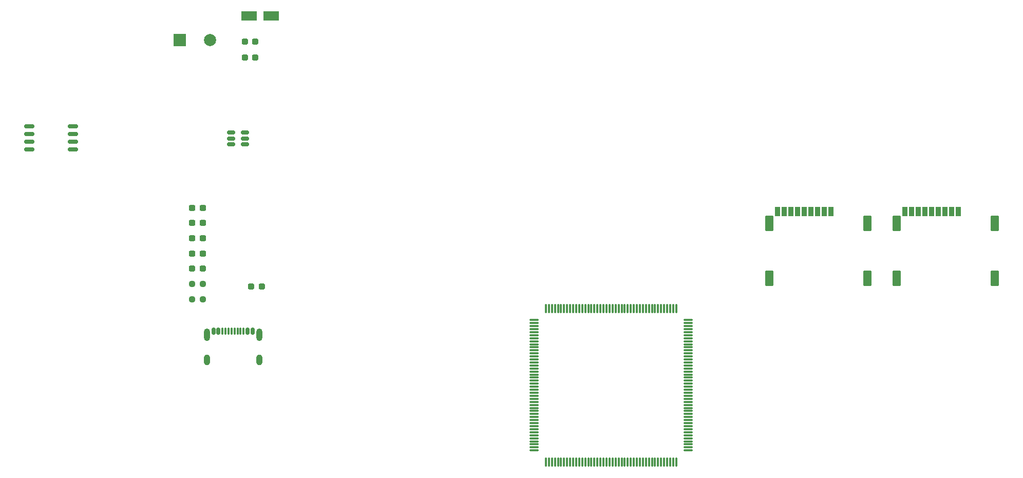
<source format=gbr>
%TF.GenerationSoftware,KiCad,Pcbnew,9.0.6*%
%TF.CreationDate,2025-11-15T17:29:32-05:00*%
%TF.ProjectId,CANopus,43414e6f-7075-4732-9e6b-696361645f70,rev?*%
%TF.SameCoordinates,Original*%
%TF.FileFunction,Soldermask,Top*%
%TF.FilePolarity,Negative*%
%FSLAX46Y46*%
G04 Gerber Fmt 4.6, Leading zero omitted, Abs format (unit mm)*
G04 Created by KiCad (PCBNEW 9.0.6) date 2025-11-15 17:29:32*
%MOMM*%
%LPD*%
G01*
G04 APERTURE LIST*
G04 Aperture macros list*
%AMRoundRect*
0 Rectangle with rounded corners*
0 $1 Rounding radius*
0 $2 $3 $4 $5 $6 $7 $8 $9 X,Y pos of 4 corners*
0 Add a 4 corners polygon primitive as box body*
4,1,4,$2,$3,$4,$5,$6,$7,$8,$9,$2,$3,0*
0 Add four circle primitives for the rounded corners*
1,1,$1+$1,$2,$3*
1,1,$1+$1,$4,$5*
1,1,$1+$1,$6,$7*
1,1,$1+$1,$8,$9*
0 Add four rect primitives between the rounded corners*
20,1,$1+$1,$2,$3,$4,$5,0*
20,1,$1+$1,$4,$5,$6,$7,0*
20,1,$1+$1,$6,$7,$8,$9,0*
20,1,$1+$1,$8,$9,$2,$3,0*%
G04 Aperture macros list end*
%ADD10RoundRect,0.102000X-0.310000X-0.700000X0.310000X-0.700000X0.310000X0.700000X-0.310000X0.700000X0*%
%ADD11RoundRect,0.102000X-0.550000X-1.200000X0.550000X-1.200000X0.550000X1.200000X-0.550000X1.200000X0*%
%ADD12RoundRect,0.150000X-0.512500X-0.150000X0.512500X-0.150000X0.512500X0.150000X-0.512500X0.150000X0*%
%ADD13RoundRect,0.237500X-0.300000X-0.237500X0.300000X-0.237500X0.300000X0.237500X-0.300000X0.237500X0*%
%ADD14RoundRect,0.075000X-0.675000X-0.075000X0.675000X-0.075000X0.675000X0.075000X-0.675000X0.075000X0*%
%ADD15RoundRect,0.075000X-0.075000X-0.675000X0.075000X-0.675000X0.075000X0.675000X-0.075000X0.675000X0*%
%ADD16RoundRect,0.237500X-0.287500X-0.237500X0.287500X-0.237500X0.287500X0.237500X-0.287500X0.237500X0*%
%ADD17RoundRect,0.237500X-0.250000X-0.237500X0.250000X-0.237500X0.250000X0.237500X-0.250000X0.237500X0*%
%ADD18RoundRect,0.150000X-0.150000X-0.425000X0.150000X-0.425000X0.150000X0.425000X-0.150000X0.425000X0*%
%ADD19RoundRect,0.075000X-0.075000X-0.500000X0.075000X-0.500000X0.075000X0.500000X-0.075000X0.500000X0*%
%ADD20O,1.000000X2.100000*%
%ADD21O,1.000000X1.800000*%
%ADD22RoundRect,0.162500X-0.650000X-0.162500X0.650000X-0.162500X0.650000X0.162500X-0.650000X0.162500X0*%
%ADD23RoundRect,0.250000X-1.050000X-0.550000X1.050000X-0.550000X1.050000X0.550000X-1.050000X0.550000X0*%
%ADD24R,2.000000X2.000000*%
%ADD25C,2.000000*%
G04 APERTURE END LIST*
D10*
%TO.C,J2*%
X192580000Y-74080000D03*
X191480000Y-74080000D03*
X190380000Y-74080000D03*
X189280000Y-74080000D03*
X188180000Y-74080000D03*
X187080000Y-74080000D03*
X185980000Y-74080000D03*
X184880000Y-74080000D03*
X183780000Y-74080000D03*
D11*
X182400000Y-76080000D03*
X182400000Y-85080000D03*
X198550000Y-76080000D03*
X198550000Y-85080000D03*
%TD*%
D10*
%TO.C,J1*%
X171580000Y-74080000D03*
X170480000Y-74080000D03*
X169380000Y-74080000D03*
X168280000Y-74080000D03*
X167180000Y-74080000D03*
X166080000Y-74080000D03*
X164980000Y-74080000D03*
X163880000Y-74080000D03*
X162780000Y-74080000D03*
D11*
X161400000Y-76080000D03*
X161400000Y-85080000D03*
X177550000Y-76080000D03*
X177550000Y-85080000D03*
%TD*%
D12*
%TO.C,U9*%
X72725000Y-61100000D03*
X72725000Y-62050000D03*
X72725000Y-63000000D03*
X75000000Y-63000000D03*
X75000000Y-62050000D03*
X75000000Y-61100000D03*
%TD*%
D13*
%TO.C,C38*%
X66275000Y-81030000D03*
X68000000Y-81030000D03*
%TD*%
D14*
%TO.C,U2*%
X122650000Y-92000000D03*
X122650000Y-92500000D03*
X122650000Y-93000000D03*
X122650000Y-93500000D03*
X122650000Y-94000000D03*
X122650000Y-94500000D03*
X122650000Y-95000000D03*
X122650000Y-95500000D03*
X122650000Y-96000000D03*
X122650000Y-96500000D03*
X122650000Y-97000000D03*
X122650000Y-97500000D03*
X122650000Y-98000000D03*
X122650000Y-98500000D03*
X122650000Y-99000000D03*
X122650000Y-99500000D03*
X122650000Y-100000000D03*
X122650000Y-100500000D03*
X122650000Y-101000000D03*
X122650000Y-101500000D03*
X122650000Y-102000000D03*
X122650000Y-102500000D03*
X122650000Y-103000000D03*
X122650000Y-103500000D03*
X122650000Y-104000000D03*
X122650000Y-104500000D03*
X122650000Y-105000000D03*
X122650000Y-105500000D03*
X122650000Y-106000000D03*
X122650000Y-106500000D03*
X122650000Y-107000000D03*
X122650000Y-107500000D03*
X122650000Y-108000000D03*
X122650000Y-108500000D03*
X122650000Y-109000000D03*
X122650000Y-109500000D03*
X122650000Y-110000000D03*
X122650000Y-110500000D03*
X122650000Y-111000000D03*
X122650000Y-111500000D03*
X122650000Y-112000000D03*
X122650000Y-112500000D03*
X122650000Y-113000000D03*
X122650000Y-113500000D03*
D15*
X124575000Y-115425000D03*
X125075000Y-115425000D03*
X125575000Y-115425000D03*
X126075000Y-115425000D03*
X126575000Y-115425000D03*
X127075000Y-115425000D03*
X127575000Y-115425000D03*
X128075000Y-115425000D03*
X128575000Y-115425000D03*
X129075000Y-115425000D03*
X129575000Y-115425000D03*
X130075000Y-115425000D03*
X130575000Y-115425000D03*
X131075000Y-115425000D03*
X131575000Y-115425000D03*
X132075000Y-115425000D03*
X132575000Y-115425000D03*
X133075000Y-115425000D03*
X133575000Y-115425000D03*
X134075000Y-115425000D03*
X134575000Y-115425000D03*
X135075000Y-115425000D03*
X135575000Y-115425000D03*
X136075000Y-115425000D03*
X136575000Y-115425000D03*
X137075000Y-115425000D03*
X137575000Y-115425000D03*
X138075000Y-115425000D03*
X138575000Y-115425000D03*
X139075000Y-115425000D03*
X139575000Y-115425000D03*
X140075000Y-115425000D03*
X140575000Y-115425000D03*
X141075000Y-115425000D03*
X141575000Y-115425000D03*
X142075000Y-115425000D03*
X142575000Y-115425000D03*
X143075000Y-115425000D03*
X143575000Y-115425000D03*
X144075000Y-115425000D03*
X144575000Y-115425000D03*
X145075000Y-115425000D03*
X145575000Y-115425000D03*
X146075000Y-115425000D03*
D14*
X148000000Y-113500000D03*
X148000000Y-113000000D03*
X148000000Y-112500000D03*
X148000000Y-112000000D03*
X148000000Y-111500000D03*
X148000000Y-111000000D03*
X148000000Y-110500000D03*
X148000000Y-110000000D03*
X148000000Y-109500000D03*
X148000000Y-109000000D03*
X148000000Y-108500000D03*
X148000000Y-108000000D03*
X148000000Y-107500000D03*
X148000000Y-107000000D03*
X148000000Y-106500000D03*
X148000000Y-106000000D03*
X148000000Y-105500000D03*
X148000000Y-105000000D03*
X148000000Y-104500000D03*
X148000000Y-104000000D03*
X148000000Y-103500000D03*
X148000000Y-103000000D03*
X148000000Y-102500000D03*
X148000000Y-102000000D03*
X148000000Y-101500000D03*
X148000000Y-101000000D03*
X148000000Y-100500000D03*
X148000000Y-100000000D03*
X148000000Y-99500000D03*
X148000000Y-99000000D03*
X148000000Y-98500000D03*
X148000000Y-98000000D03*
X148000000Y-97500000D03*
X148000000Y-97000000D03*
X148000000Y-96500000D03*
X148000000Y-96000000D03*
X148000000Y-95500000D03*
X148000000Y-95000000D03*
X148000000Y-94500000D03*
X148000000Y-94000000D03*
X148000000Y-93500000D03*
X148000000Y-93000000D03*
X148000000Y-92500000D03*
X148000000Y-92000000D03*
D15*
X146075000Y-90075000D03*
X145575000Y-90075000D03*
X145075000Y-90075000D03*
X144575000Y-90075000D03*
X144075000Y-90075000D03*
X143575000Y-90075000D03*
X143075000Y-90075000D03*
X142575000Y-90075000D03*
X142075000Y-90075000D03*
X141575000Y-90075000D03*
X141075000Y-90075000D03*
X140575000Y-90075000D03*
X140075000Y-90075000D03*
X139575000Y-90075000D03*
X139075000Y-90075000D03*
X138575000Y-90075000D03*
X138075000Y-90075000D03*
X137575000Y-90075000D03*
X137075000Y-90075000D03*
X136575000Y-90075000D03*
X136075000Y-90075000D03*
X135575000Y-90075000D03*
X135075000Y-90075000D03*
X134575000Y-90075000D03*
X134075000Y-90075000D03*
X133575000Y-90075000D03*
X133075000Y-90075000D03*
X132575000Y-90075000D03*
X132075000Y-90075000D03*
X131575000Y-90075000D03*
X131075000Y-90075000D03*
X130575000Y-90075000D03*
X130075000Y-90075000D03*
X129575000Y-90075000D03*
X129075000Y-90075000D03*
X128575000Y-90075000D03*
X128075000Y-90075000D03*
X127575000Y-90075000D03*
X127075000Y-90075000D03*
X126575000Y-90075000D03*
X126075000Y-90075000D03*
X125575000Y-90075000D03*
X125075000Y-90075000D03*
X124575000Y-90075000D03*
%TD*%
D16*
%TO.C,D3*%
X76000000Y-86500000D03*
X77750000Y-86500000D03*
%TD*%
D17*
%TO.C,R28*%
X66225000Y-88560000D03*
X68050000Y-88560000D03*
%TD*%
D18*
%TO.C,J17*%
X69800000Y-93820000D03*
X70600000Y-93820000D03*
D19*
X71750000Y-93820000D03*
X72750000Y-93820000D03*
X73250000Y-93820000D03*
X74250000Y-93820000D03*
D18*
X75400000Y-93820000D03*
X76200000Y-93820000D03*
X76200000Y-93820000D03*
X75400000Y-93820000D03*
D19*
X74750000Y-93820000D03*
X73750000Y-93820000D03*
X72250000Y-93820000D03*
X71250000Y-93820000D03*
D18*
X70600000Y-93820000D03*
X69800000Y-93820000D03*
D20*
X68680000Y-94395000D03*
D21*
X68680000Y-98575000D03*
D20*
X77320000Y-94395000D03*
D21*
X77320000Y-98575000D03*
%TD*%
D13*
%TO.C,C36*%
X66275000Y-78520000D03*
X68000000Y-78520000D03*
%TD*%
%TO.C,C35*%
X66275000Y-76010000D03*
X68000000Y-76010000D03*
%TD*%
%TO.C,C34*%
X66275000Y-73500000D03*
X68000000Y-73500000D03*
%TD*%
D16*
%TO.C,F1*%
X66262500Y-83540000D03*
X68012500Y-83540000D03*
%TD*%
D17*
%TO.C,R27*%
X66225000Y-86050000D03*
X68050000Y-86050000D03*
%TD*%
D16*
%TO.C,D2*%
X74942500Y-48685000D03*
X76692500Y-48685000D03*
%TD*%
%TO.C,D1*%
X74942500Y-46095000D03*
X76692500Y-46095000D03*
%TD*%
D22*
%TO.C,U1*%
X39412500Y-60095000D03*
X39412500Y-61365000D03*
X39412500Y-62635000D03*
X39412500Y-63905000D03*
X46587500Y-63905000D03*
X46587500Y-62635000D03*
X46587500Y-61365000D03*
X46587500Y-60095000D03*
%TD*%
D23*
%TO.C,C39*%
X75672500Y-41875000D03*
X79272500Y-41875000D03*
%TD*%
D24*
%TO.C,BZ1*%
X64230931Y-45825000D03*
D25*
X69230931Y-45825000D03*
%TD*%
M02*

</source>
